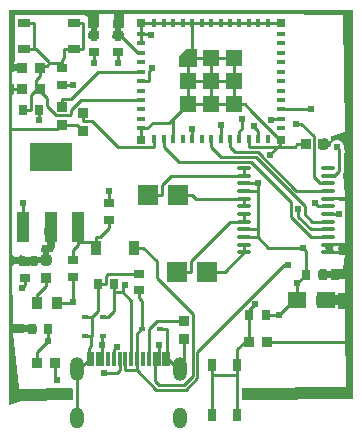
<source format=gtl>
G04 Layer: TopLayer*
G04 EasyEDA v6.5.44, 2024-08-01 17:58:32*
G04 bf16dfa8b14249528ce45edaced80a03,d882a8cb847549dbb05e31b2b695811d,10*
G04 Gerber Generator version 0.2*
G04 Scale: 100 percent, Rotated: No, Reflected: No *
G04 Dimensions in millimeters *
G04 leading zeros omitted , absolute positions ,4 integer and 5 decimal *
%FSLAX45Y45*%
%MOMM*%

%AMMACRO1*21,1,$1,$2,0,0,$3*%
%AMMACRO2*4,1,5,-0.725,0.125,-0.125,0.725,0.725,0.725,0.725,-0.725,-0.725,-0.725,-0.725,0.125,0*%
%ADD10C,0.2540*%
%ADD11R,0.3000X1.3000*%
%ADD12R,1.1000X2.5000*%
%ADD13MACRO1,3.6X2.34X0.0000*%
%ADD14O,1.3240004X0.30800039999999995*%
%ADD15R,0.8000X0.4000*%
%ADD16R,0.4000X0.8000*%
%ADD17R,0.7000X0.7000*%
%ADD18MACRO2*%
%ADD19R,1.4500X1.4500*%
%ADD20R,1.0500X0.7000*%
%ADD21R,0.7000X1.0500*%
%ADD22MACRO1,0.864X0.8065X0.0000*%
%ADD23R,0.8640X0.8065*%
%ADD24MACRO1,0.864X0.8065X90.0000*%
%ADD25MACRO1,0.864X0.8065X-90.0000*%
%ADD26R,0.8999X1.0000*%
%ADD27R,0.9100X1.2200*%
%ADD28R,0.6000X0.4000*%
%ADD29R,1.5000X1.3589*%
%ADD30R,0.8000X0.9000*%
%ADD31R,0.9000X0.8000*%
%ADD32R,1.8000X1.8000*%
%ADD33O,1.1999976X1.7999964*%
%ADD34O,1.1999976X1.9999959999999999*%
%ADD35C,0.6200*%
%ADD36C,0.6096*%
%ADD37C,0.0111*%

%LPD*%
G36*
X6868159Y6045200D02*
G01*
X6864248Y6045962D01*
X6860997Y6048197D01*
X6858762Y6051448D01*
X6858000Y6055360D01*
X6858000Y6061252D01*
X6858711Y6064961D01*
X6860692Y6068110D01*
X6863689Y6070396D01*
X6867296Y6071362D01*
X6912457Y6075121D01*
X6915454Y6074918D01*
X6918299Y6073851D01*
X6929526Y6073851D01*
X6933387Y6073089D01*
X6936689Y6070854D01*
X6938873Y6067602D01*
X6939686Y6063691D01*
X6939686Y6056934D01*
X6938873Y6053023D01*
X6935673Y6048705D01*
X6932371Y6046520D01*
X6928510Y6045758D01*
X6916572Y6045758D01*
X6913270Y6045200D01*
G37*

%LPD*%
G36*
X6161887Y4097934D02*
G01*
X6157976Y4098696D01*
X6154674Y4100931D01*
X6152438Y4104233D01*
X6151676Y4108094D01*
X6151676Y4189526D01*
X6152438Y4193387D01*
X6154623Y4196689D01*
X6157925Y4198924D01*
X6161786Y4199686D01*
X7034733Y4203700D01*
X7035800Y4204716D01*
X7023100Y4736998D01*
X7023100Y4863084D01*
X7022236Y4864150D01*
X6974230Y4866690D01*
X6970522Y4867605D01*
X6967372Y4869840D01*
X6965340Y4873040D01*
X6964629Y4876800D01*
X6964629Y4899964D01*
X6907530Y4899964D01*
X6907530Y4880914D01*
X6906717Y4876901D01*
X6904380Y4873498D01*
X6900925Y4871364D01*
X6896862Y4870754D01*
X6829501Y4874310D01*
X6825742Y4875225D01*
X6822643Y4877460D01*
X6820560Y4880660D01*
X6819849Y4884420D01*
X6819849Y4899964D01*
X6791959Y4899964D01*
X6788048Y4900726D01*
X6784797Y4902962D01*
X6782562Y4906264D01*
X6781800Y4910124D01*
X6781800Y4970475D01*
X6782562Y4974336D01*
X6784797Y4977638D01*
X6788048Y4979873D01*
X6791959Y4980635D01*
X6819849Y4980635D01*
X6819849Y4993640D01*
X6820611Y4997551D01*
X6822846Y5000802D01*
X6826097Y5003038D01*
X6830009Y5003800D01*
X6897370Y5003800D01*
X6901281Y5003038D01*
X6904583Y5000802D01*
X6906768Y4997551D01*
X6907530Y4993640D01*
X6907530Y4980635D01*
X6964629Y4980635D01*
X6964629Y4993640D01*
X6965391Y4997551D01*
X6967575Y5000802D01*
X6970877Y5003038D01*
X6974789Y5003800D01*
X7022084Y5003800D01*
X7023100Y5004816D01*
X7023100Y5116931D01*
X7022084Y5118049D01*
X6915708Y5112156D01*
X6911644Y5112715D01*
X6908190Y5114899D01*
X6905802Y5118252D01*
X6904990Y5122265D01*
X6904990Y5127345D01*
X6865416Y5127345D01*
X6865416Y5118963D01*
X6864705Y5115204D01*
X6862673Y5111953D01*
X6859574Y5109718D01*
X6855866Y5108803D01*
X6823456Y5107025D01*
X6819392Y5107635D01*
X6815937Y5109768D01*
X6813550Y5113121D01*
X6812737Y5117134D01*
X6812737Y5127345D01*
X6804659Y5127345D01*
X6800748Y5128107D01*
X6797497Y5130342D01*
X6795262Y5133644D01*
X6794500Y5137505D01*
X6794500Y5174894D01*
X6795262Y5178755D01*
X6797497Y5182057D01*
X6800748Y5184292D01*
X6804659Y5185054D01*
X6812737Y5185054D01*
X6812737Y5196840D01*
X6813499Y5200751D01*
X6815734Y5204002D01*
X6819036Y5206238D01*
X6822897Y5207000D01*
X6855256Y5207000D01*
X6859168Y5206238D01*
X6862470Y5204002D01*
X6864654Y5200751D01*
X6865416Y5196840D01*
X6865416Y5185054D01*
X6904990Y5185054D01*
X6904990Y5196840D01*
X6905752Y5200751D01*
X6907987Y5204002D01*
X6911289Y5206238D01*
X6915150Y5207000D01*
X7009384Y5207000D01*
X7010501Y5207711D01*
X7022998Y5320233D01*
X7022084Y5321401D01*
X6984390Y5324500D01*
X6980834Y5325516D01*
X6977888Y5327650D01*
X6975856Y5330748D01*
X6915607Y5330748D01*
X6912457Y5330545D01*
X6878777Y5333339D01*
X6875475Y5334152D01*
X6872630Y5336082D01*
X6870598Y5338775D01*
X6869531Y5342026D01*
X6859676Y5411317D01*
X6859981Y5415584D01*
X6862064Y5419394D01*
X6865518Y5421985D01*
X6869734Y5422900D01*
X7022084Y5422900D01*
X7023100Y5423916D01*
X7023100Y5642406D01*
X7024014Y5646572D01*
X7025944Y5650839D01*
X7028332Y5660186D01*
X7029196Y5669788D01*
X7028332Y5679389D01*
X7025944Y5688736D01*
X7024014Y5693003D01*
X7023100Y5697169D01*
X7023100Y5777484D01*
X7022287Y5778550D01*
X6984695Y5781446D01*
X6980428Y5782767D01*
X6977125Y5785764D01*
X6928459Y5785764D01*
X6867398Y5790488D01*
X6863740Y5791454D01*
X6860692Y5793689D01*
X6858711Y5796889D01*
X6858000Y5800598D01*
X6858000Y5806440D01*
X6858762Y5810351D01*
X6860997Y5813602D01*
X6864248Y5815838D01*
X6868159Y5816600D01*
X6913270Y5816600D01*
X6917029Y5815888D01*
X6920230Y5813856D01*
X6978650Y5813856D01*
X6981901Y5815888D01*
X6985609Y5816600D01*
X7021931Y5816600D01*
X7023049Y5817616D01*
X7012076Y6015380D01*
X7012279Y6018123D01*
X7013905Y6021984D01*
X7016089Y6029198D01*
X7016902Y6037224D01*
X7016902Y6148578D01*
X7022998Y6209030D01*
X7022795Y6210249D01*
X7018985Y6213449D01*
X7017410Y6216396D01*
X7016089Y6228588D01*
X7015378Y6233414D01*
X7015937Y6239713D01*
X7015073Y6249517D01*
X7012533Y6259017D01*
X7008418Y6267907D01*
X7002780Y6275984D01*
X6995820Y6282893D01*
X6987794Y6288532D01*
X6978853Y6292697D01*
X6969404Y6295237D01*
X6959600Y6296101D01*
X6949795Y6295237D01*
X6940346Y6292697D01*
X6931406Y6288532D01*
X6925106Y6284112D01*
X6921042Y6282436D01*
X6916674Y6282639D01*
X6913168Y6284417D01*
X6915200Y6280505D01*
X6915353Y6276086D01*
X6913676Y6272022D01*
X6910781Y6267907D01*
X6906666Y6259017D01*
X6904126Y6249517D01*
X6903415Y6241389D01*
X6902399Y6237782D01*
X6900164Y6234785D01*
X6896963Y6232804D01*
X6893255Y6232144D01*
X6869430Y6232144D01*
X6869430Y6220460D01*
X6868617Y6216548D01*
X6866432Y6213297D01*
X6863130Y6211062D01*
X6859270Y6210300D01*
X6826554Y6210300D01*
X6822643Y6211062D01*
X6819341Y6213297D01*
X6817156Y6216548D01*
X6816394Y6220460D01*
X6816394Y6232144D01*
X6809486Y6232144D01*
X6805574Y6232906D01*
X6802272Y6235090D01*
X6800088Y6238392D01*
X6799325Y6243167D01*
X6804355Y6279286D01*
X6805472Y6282740D01*
X6807758Y6285534D01*
X6810857Y6287414D01*
X6816394Y6288024D01*
X6816394Y6294323D01*
X6817309Y6298539D01*
X6819900Y6301994D01*
X6823659Y6304026D01*
X6856374Y6313678D01*
X6860133Y6314033D01*
X6863740Y6313017D01*
X6866737Y6310782D01*
X6868718Y6307582D01*
X6869430Y6303924D01*
X6869430Y6288024D01*
X6905396Y6288024D01*
X6909663Y6287058D01*
X6912660Y6284772D01*
X6910070Y6288176D01*
X6909155Y6292443D01*
X6909155Y6302705D01*
X6908444Y6309055D01*
X6904888Y6318351D01*
X6904888Y6322060D01*
X6906209Y6325565D01*
X6908698Y6328359D01*
X6912000Y6330035D01*
X7021830Y6362344D01*
X7023100Y6363716D01*
X7010552Y7342987D01*
X7011263Y7346950D01*
X7013448Y7350302D01*
X7016750Y7352538D01*
X7020712Y7353300D01*
X7087108Y7353300D01*
X7091019Y7352538D01*
X7094270Y7350302D01*
X7096506Y7347051D01*
X7097268Y7343140D01*
X7097268Y4112260D01*
X7096506Y4108348D01*
X7094270Y4105097D01*
X7091019Y4102862D01*
X7087108Y4102100D01*
G37*

%LPC*%
G36*
X6923430Y5358841D02*
G01*
X6973468Y5358841D01*
X6972909Y5360568D01*
X6969099Y5367731D01*
X6966508Y5370830D01*
X6964832Y5373878D01*
X6964222Y5377281D01*
X6964832Y5380736D01*
X6966508Y5383733D01*
X6969099Y5386882D01*
X6972909Y5393994D01*
X6973468Y5395772D01*
X6923430Y5395772D01*
G37*

%LPD*%
G36*
X4189171Y4049928D02*
G01*
X4185208Y4050639D01*
X4181856Y4052824D01*
X4179620Y4056176D01*
X4178808Y4060088D01*
X4178808Y7386574D01*
X4179570Y7390485D01*
X4181805Y7393736D01*
X4185107Y7395972D01*
X4188968Y7396734D01*
X7087108Y7396734D01*
X7091019Y7395972D01*
X7094270Y7393736D01*
X7096506Y7390485D01*
X7097268Y7386574D01*
X7097268Y7363663D01*
X7096455Y7359700D01*
X7094220Y7356398D01*
X7090867Y7354214D01*
X7086955Y7353503D01*
X6273901Y7366000D01*
X5157216Y7366000D01*
X5156200Y7364984D01*
X5156200Y7257034D01*
X5155438Y7253173D01*
X5153202Y7249871D01*
X5149951Y7247636D01*
X5146040Y7246874D01*
X5132730Y7246874D01*
X5132730Y7207300D01*
X5146040Y7207300D01*
X5149951Y7206538D01*
X5153202Y7204354D01*
X5155438Y7201052D01*
X5156200Y7197140D01*
X5156200Y7164781D01*
X5155438Y7160920D01*
X5153202Y7157618D01*
X5149951Y7155383D01*
X5146040Y7154621D01*
X5132730Y7154621D01*
X5132730Y7147559D01*
X5131968Y7143648D01*
X5129733Y7140397D01*
X5126431Y7138162D01*
X5122570Y7137400D01*
X5085181Y7137400D01*
X5081320Y7138162D01*
X5078018Y7140397D01*
X5075783Y7143648D01*
X5075021Y7147559D01*
X5075021Y7154621D01*
X5066284Y7154621D01*
X5062270Y7155434D01*
X5058918Y7157821D01*
X5056733Y7161275D01*
X5056174Y7165340D01*
X5057952Y7197750D01*
X5058867Y7201458D01*
X5061102Y7204557D01*
X5064353Y7206589D01*
X5068112Y7207300D01*
X5075021Y7207300D01*
X5075021Y7246874D01*
X5071414Y7246874D01*
X5067401Y7247686D01*
X5064048Y7250074D01*
X5061864Y7253528D01*
X5061254Y7257592D01*
X5067249Y7364882D01*
X5066284Y7366000D01*
X4941316Y7366000D01*
X4940300Y7364984D01*
X4940300Y7257034D01*
X4939538Y7253173D01*
X4937302Y7249871D01*
X4934051Y7247636D01*
X4929530Y7246874D01*
X4929530Y7207300D01*
X4934051Y7206538D01*
X4937302Y7204354D01*
X4939538Y7201052D01*
X4940300Y7197140D01*
X4940300Y7164781D01*
X4939538Y7160920D01*
X4937302Y7157618D01*
X4934051Y7155383D01*
X4929530Y7154621D01*
X4929530Y7147559D01*
X4928768Y7143648D01*
X4926533Y7140397D01*
X4923231Y7138162D01*
X4919370Y7137400D01*
X4881981Y7137400D01*
X4878120Y7138162D01*
X4874818Y7140397D01*
X4872583Y7143648D01*
X4871821Y7147559D01*
X4871821Y7154621D01*
X4861560Y7154621D01*
X4857648Y7155383D01*
X4854397Y7157618D01*
X4852162Y7160920D01*
X4851400Y7164781D01*
X4851400Y7197140D01*
X4852162Y7201052D01*
X4854397Y7204354D01*
X4857648Y7206538D01*
X4861560Y7207300D01*
X4871821Y7207300D01*
X4871821Y7246874D01*
X4861560Y7246874D01*
X4857648Y7247636D01*
X4854397Y7249871D01*
X4852162Y7253173D01*
X4851400Y7257034D01*
X4851400Y7339431D01*
X4850434Y7340904D01*
X4814062Y7353046D01*
X4812487Y7353300D01*
X4230116Y7353300D01*
X4229100Y7352284D01*
X4229100Y6966102D01*
X4228541Y6962749D01*
X4226407Y6956755D01*
X4225696Y6950405D01*
X4225696Y6935724D01*
X4265422Y6935724D01*
X4266234Y6940651D01*
X4268419Y6943902D01*
X4271721Y6946138D01*
X4275582Y6946900D01*
X4308297Y6946900D01*
X4312208Y6946138D01*
X4315510Y6943902D01*
X4317695Y6940651D01*
X4318457Y6935724D01*
X4320540Y6935724D01*
X4324451Y6934962D01*
X4327702Y6932777D01*
X4329938Y6929475D01*
X4330700Y6925564D01*
X4330700Y6890003D01*
X4329938Y6886092D01*
X4327702Y6882790D01*
X4324451Y6880606D01*
X4320540Y6879844D01*
X4318457Y6879844D01*
X4318457Y6870446D01*
X4317593Y6866331D01*
X4315104Y6862927D01*
X4311497Y6860794D01*
X4307281Y6860336D01*
X4274566Y6863588D01*
X4271010Y6864654D01*
X4268063Y6866890D01*
X4266133Y6870090D01*
X4265422Y6873697D01*
X4265422Y6879844D01*
X4225696Y6879844D01*
X4224832Y6875627D01*
X4222394Y6872173D01*
X4218736Y6870090D01*
X4214571Y6869633D01*
X4204970Y6870598D01*
X4203700Y6869684D01*
X4203700Y6770116D01*
X4204716Y6769100D01*
X4215536Y6769100D01*
X4219448Y6768338D01*
X4222750Y6766102D01*
X4224934Y6762851D01*
X4225696Y6758940D01*
X4225696Y6690359D01*
X4224934Y6686448D01*
X4222750Y6683197D01*
X4219448Y6680962D01*
X4215536Y6680200D01*
X4204716Y6680200D01*
X4203700Y6679184D01*
X4203700Y5322316D01*
X4204563Y5321249D01*
X4210558Y5320944D01*
X4214266Y5320030D01*
X4217365Y5317794D01*
X4219448Y5314543D01*
X4220159Y5310784D01*
X4220159Y5302300D01*
X4262221Y5302300D01*
X4262221Y5307533D01*
X4263034Y5311546D01*
X4265371Y5314899D01*
X4268876Y5317032D01*
X4272940Y5317642D01*
X4310278Y5315712D01*
X4314037Y5314746D01*
X4317136Y5312511D01*
X4319219Y5309311D01*
X4319930Y5305552D01*
X4319930Y5302300D01*
X4361992Y5302300D01*
X4362805Y5306314D01*
X4365193Y5309666D01*
X4368647Y5311800D01*
X4372660Y5312410D01*
X4415536Y5310174D01*
X4418685Y5309463D01*
X4421479Y5307838D01*
X4466336Y5307838D01*
X4466336Y5347563D01*
X4460849Y5348528D01*
X4457344Y5351272D01*
X4455312Y5355234D01*
X4455210Y5359704D01*
X4463135Y5399278D01*
X4464558Y5402783D01*
X4467098Y5405475D01*
X4470501Y5407101D01*
X4474260Y5407406D01*
X4479493Y5406796D01*
X4500067Y5406796D01*
X4500067Y5488838D01*
X4485487Y5488838D01*
X4481423Y5489702D01*
X4478020Y5492089D01*
X4475886Y5495696D01*
X4475327Y5499811D01*
X4482439Y5592419D01*
X4483303Y5595772D01*
X4485233Y5598668D01*
X4488027Y5600700D01*
X4491329Y5601716D01*
X4573270Y5611977D01*
X4577537Y5611622D01*
X4581245Y5609488D01*
X4583785Y5606084D01*
X4584700Y5601868D01*
X4584700Y5498998D01*
X4583938Y5495137D01*
X4581702Y5491835D01*
X4578451Y5489651D01*
X4574540Y5488838D01*
X4567732Y5488838D01*
X4567732Y5404205D01*
X4570120Y5401106D01*
X4571136Y5397296D01*
X4570628Y5393436D01*
X4557115Y5352897D01*
X4555134Y5349392D01*
X4551984Y5346954D01*
X4548073Y5345938D01*
X4543247Y5346852D01*
X4536897Y5347563D01*
X4522216Y5347563D01*
X4522216Y5307838D01*
X4536440Y5307838D01*
X4540351Y5307025D01*
X4543602Y5304840D01*
X4545838Y5301538D01*
X4546600Y5297678D01*
X4546600Y5264962D01*
X4545838Y5261051D01*
X4543602Y5257749D01*
X4540351Y5255564D01*
X4536440Y5254802D01*
X4522216Y5254802D01*
X4522216Y5242560D01*
X4521454Y5238648D01*
X4519269Y5235397D01*
X4515967Y5233162D01*
X4512056Y5232400D01*
X4476496Y5232400D01*
X4472584Y5233162D01*
X4469282Y5235397D01*
X4467098Y5238648D01*
X4466336Y5242560D01*
X4466336Y5254802D01*
X4425188Y5254802D01*
X4425188Y5242560D01*
X4424375Y5238648D01*
X4422190Y5235397D01*
X4418888Y5233162D01*
X4415028Y5232400D01*
X4372152Y5232400D01*
X4368241Y5233162D01*
X4364939Y5235397D01*
X4362754Y5238648D01*
X4361992Y5242560D01*
X4361992Y5249621D01*
X4319930Y5249621D01*
X4319930Y5242560D01*
X4319168Y5238648D01*
X4316933Y5235397D01*
X4313631Y5233162D01*
X4309770Y5232400D01*
X4272381Y5232400D01*
X4268520Y5233162D01*
X4265218Y5235397D01*
X4262983Y5238648D01*
X4262221Y5242560D01*
X4262221Y5249621D01*
X4220159Y5249621D01*
X4220159Y5242560D01*
X4219397Y5238648D01*
X4217212Y5235397D01*
X4213910Y5233162D01*
X4209999Y5232400D01*
X4203852Y5232196D01*
X4216349Y4738116D01*
X4217314Y4737100D01*
X4297426Y4737100D01*
X4301286Y4736338D01*
X4304588Y4734102D01*
X4306824Y4730851D01*
X4307586Y4726838D01*
X4347159Y4726838D01*
X4347921Y4730851D01*
X4350105Y4734102D01*
X4353407Y4736338D01*
X4357319Y4737100D01*
X4389678Y4737100D01*
X4393539Y4736338D01*
X4396841Y4734102D01*
X4399076Y4730851D01*
X4399838Y4726838D01*
X4409440Y4726838D01*
X4413351Y4726076D01*
X4416602Y4723841D01*
X4418838Y4720539D01*
X4419600Y4716678D01*
X4419600Y4679289D01*
X4418838Y4675428D01*
X4416602Y4672126D01*
X4413351Y4669891D01*
X4409440Y4669129D01*
X4399635Y4669129D01*
X4398416Y4665878D01*
X4396130Y4663236D01*
X4393133Y4661509D01*
X4389678Y4660900D01*
X4357319Y4660900D01*
X4353864Y4661509D01*
X4350816Y4663236D01*
X4348581Y4665878D01*
X4347311Y4669129D01*
X4307382Y4669129D01*
X4306163Y4665878D01*
X4303877Y4663236D01*
X4300829Y4661509D01*
X4297426Y4660900D01*
X4217670Y4660900D01*
X4216501Y4659884D01*
X4267098Y4192015D01*
X4267962Y4191000D01*
X4711446Y4193032D01*
X4715357Y4192270D01*
X4718659Y4190085D01*
X4720894Y4186783D01*
X4721656Y4182872D01*
X4721656Y4101541D01*
X4720894Y4097629D01*
X4718710Y4094378D01*
X4715408Y4092143D01*
X4711547Y4091381D01*
X4280966Y4089400D01*
X4278934Y4088993D01*
X4193082Y4050842D01*
G37*

%LPD*%
D10*
X4291939Y6729984D02*
G01*
X4203700Y6729984D01*
X6361836Y4584700D02*
G01*
X7048500Y4584700D01*
X6698995Y5156200D02*
G01*
X6698995Y5353304D01*
X6667500Y5384800D01*
X6376415Y5384800D01*
X6286500Y5474715D01*
X6884009Y5669787D02*
G01*
X6972300Y5669787D01*
X6286500Y5539790D02*
G01*
X6286500Y5864809D01*
X6171590Y5864809D01*
X6171590Y5474792D02*
G01*
X6286500Y5474792D01*
X6286500Y5539790D01*
X6171590Y5539790D01*
X6286500Y5864809D02*
G01*
X6286500Y5929807D01*
X6388100Y6172200D02*
G01*
X6487795Y6271895D01*
X6487795Y6299504D01*
X6464300Y4813300D02*
G01*
X6591300Y4940300D01*
X6623710Y4940300D01*
X4420463Y4406900D02*
G01*
X4420463Y4504385D01*
X4513478Y4597400D01*
X4584700Y4267200D02*
G01*
X4571136Y4280763D01*
X4571136Y4406900D01*
X5067782Y4437397D02*
G01*
X5067782Y4521682D01*
X5092700Y4546600D01*
X5384800Y7188200D02*
G01*
X5378500Y7194499D01*
X5302808Y7194499D01*
X6736968Y6554495D02*
G01*
X6736968Y6554495D01*
X6550913Y6554495D01*
X6171590Y5994806D02*
G01*
X6171590Y6059804D01*
X5359400Y5829300D02*
G01*
X5477357Y5829300D01*
X6171590Y5994806D02*
G01*
X5554395Y5994806D01*
X5477357Y5917768D01*
X5477357Y5829300D01*
X6171590Y5734786D02*
G01*
X6171590Y5799810D01*
X5613400Y5829300D02*
G01*
X5731357Y5829300D01*
X6171590Y5799810D02*
G01*
X5760847Y5799810D01*
X5731357Y5829300D01*
X5367781Y4437405D02*
G01*
X5367781Y4697171D01*
X5432247Y4761636D01*
X5664200Y4761636D01*
X5447791Y4437405D02*
G01*
X5417769Y4437405D01*
X5417769Y4437405D02*
G01*
X5417769Y4344441D01*
X4967782Y4437405D02*
G01*
X4967782Y4396587D01*
X5241975Y5383784D02*
G01*
X5315458Y5383784D01*
X4967782Y4396587D02*
G01*
X4937785Y4426585D01*
X4937785Y4437405D01*
X5417769Y4344441D02*
G01*
X5417184Y4343857D01*
X5417184Y4259173D01*
X5455386Y4220971D01*
X5658916Y4220971D01*
X5735497Y4297553D01*
X5735497Y4822621D01*
X5431434Y5126685D01*
X5431434Y5267807D01*
X5315458Y5383784D01*
X5447791Y4437405D02*
G01*
X5447791Y4558461D01*
X4975682Y4634484D02*
G01*
X4967782Y4626584D01*
X4967782Y4558461D01*
X4967782Y4558461D02*
G01*
X4967782Y4437405D01*
X4722875Y5275986D02*
G01*
X4722875Y5363565D01*
X4763897Y5404586D01*
X5027675Y5550458D02*
G01*
X4950129Y5472912D01*
X4914976Y5472912D01*
X5027675Y5618581D02*
G01*
X5027675Y5550458D01*
X4914976Y5428361D02*
G01*
X4763897Y5428361D01*
X4914976Y5383784D02*
G01*
X4914976Y5428361D01*
X4914976Y5428361D02*
G01*
X4914976Y5472912D01*
X4763897Y5557723D02*
G01*
X4763897Y5428361D01*
X4763897Y5428361D02*
G01*
X4763897Y5404586D01*
X5600700Y5181600D02*
G01*
X5718657Y5181600D01*
X5718657Y5181600D02*
G01*
X5718657Y5270068D01*
X6053378Y5604789D01*
X6171590Y5604789D01*
X6171590Y5604789D02*
G01*
X6171590Y5669787D01*
X5854700Y5181600D02*
G01*
X6008395Y5181600D01*
X6171590Y5344795D01*
X6171590Y5344795D02*
G01*
X6171590Y5409793D01*
X6959600Y6239738D02*
G01*
X6978268Y6221069D01*
X6978268Y6036716D01*
X6936359Y5994806D01*
X6884009Y5994806D01*
X5732805Y6304508D02*
G01*
X5732805Y6391681D01*
X5972809Y6304508D02*
G01*
X5972809Y6423990D01*
X6884009Y5929807D02*
G01*
X6815759Y5929807D01*
X6760692Y5984875D01*
X6760692Y6329400D01*
X6657924Y6432169D01*
X6609003Y6432169D01*
X4633975Y6969709D02*
G01*
X4650587Y6986320D01*
X4650587Y7068007D01*
X4731207Y7068007D02*
G01*
X4650587Y7068007D01*
X4408398Y6729984D02*
G01*
X4408398Y6802246D01*
X4442612Y6836460D01*
X4442612Y6872122D02*
G01*
X4442612Y6836460D01*
X4442612Y6872122D02*
G01*
X4442612Y6907784D01*
X4811826Y7282992D02*
G01*
X4811826Y7068007D01*
X4731207Y7282992D02*
G01*
X4811826Y7282992D01*
X4731207Y7068007D02*
G01*
X4811826Y7068007D01*
X4633975Y6901586D02*
G01*
X4633975Y6943445D01*
X4633975Y6943445D02*
G01*
X4633975Y6969709D01*
X4442612Y6729984D02*
G01*
X4425518Y6729984D01*
X4425518Y6729984D02*
G01*
X4505426Y6650075D01*
X4505426Y6579133D01*
X4576318Y6508242D01*
X4697882Y6508242D01*
X4705324Y6515684D01*
X4705324Y6546697D01*
X4793132Y6634505D01*
X5302808Y6634505D01*
X4425518Y6729984D02*
G01*
X4416958Y6729984D01*
X4416958Y6729984D02*
G01*
X4408398Y6729984D01*
X4416958Y6729984D02*
G01*
X4365396Y6678421D01*
X4365396Y6552184D01*
X4297273Y6552184D02*
G01*
X4365396Y6552184D01*
X4442612Y6907784D02*
G01*
X4442612Y6925614D01*
X4520895Y6943445D02*
G01*
X4633975Y6943445D01*
X4442612Y6925614D02*
G01*
X4503064Y6925614D01*
X4520895Y6943445D01*
X4391812Y7282992D02*
G01*
X4391812Y7068007D01*
X4311192Y7282992D02*
G01*
X4391812Y7282992D01*
X4311192Y7068007D02*
G01*
X4391812Y7068007D01*
X4520895Y6943445D02*
G01*
X4520895Y6956983D01*
X4409871Y7068007D01*
X4391812Y7068007D01*
X4811775Y6457467D02*
G01*
X4880229Y6457467D01*
X5101310Y6236385D01*
X5412790Y6236385D01*
X4811775Y6525920D02*
G01*
X4811775Y6457467D01*
X5412790Y6304508D02*
G01*
X5412790Y6236385D01*
X6623964Y6260084D02*
G01*
X6600240Y6236360D01*
X6212966Y6236360D01*
X6212789Y6236538D01*
X6692239Y6260084D02*
G01*
X6623964Y6260084D01*
X6212789Y6304508D02*
G01*
X6212789Y6236538D01*
X4421962Y4991862D02*
G01*
X4423765Y4991862D01*
X4494275Y5062372D01*
X4494275Y5130647D02*
G01*
X4494275Y5062372D01*
X4421962Y4913884D02*
G01*
X4421962Y4991862D01*
X4825695Y4799584D02*
G01*
X4883658Y4799584D01*
X4883658Y4634484D02*
G01*
X4883658Y4799584D01*
X4825695Y4634484D02*
G01*
X4870627Y4634484D01*
X4870627Y4634484D02*
G01*
X4877943Y4634484D01*
X4877943Y4634484D02*
G01*
X4883658Y4634484D01*
X4877943Y4634484D02*
G01*
X4877943Y4550537D01*
X4857775Y4530369D01*
X4857775Y4437405D02*
G01*
X4857775Y4530369D01*
X4760264Y4360570D02*
G01*
X4780940Y4360570D01*
X4857775Y4437405D01*
X4760264Y3942587D02*
G01*
X4760264Y4360570D01*
X5625287Y4380026D02*
G01*
X5625287Y4360570D01*
X5664200Y4610963D02*
G01*
X5664200Y4418939D01*
X5625287Y4380026D01*
X5625287Y4380026D02*
G01*
X5585155Y4380026D01*
X5527776Y4437405D01*
X5458282Y4697984D02*
G01*
X5516245Y4697984D01*
X5516245Y4437405D02*
G01*
X5516245Y4697984D01*
X5527776Y4437405D02*
G01*
X5516245Y4437405D01*
X5516245Y4437405D02*
G01*
X5497779Y4437405D01*
X4887772Y4437405D02*
G01*
X4857775Y4437405D01*
X4883658Y4799584D02*
G01*
X4933797Y4849723D01*
X4933797Y5080000D01*
X5001768Y5080000D02*
G01*
X5001768Y5147970D01*
X5016500Y5162702D01*
X5283200Y5162702D01*
X4933797Y5080000D02*
G01*
X5001768Y5080000D01*
X6211163Y4584700D02*
G01*
X6211163Y4620285D01*
X6211163Y4620285D02*
G01*
X6211163Y4655870D01*
X6211163Y4620285D02*
G01*
X6113068Y4522190D01*
X6113068Y4387291D01*
X5898083Y4387291D02*
G01*
X5898083Y4306823D01*
X6113068Y4387291D02*
G01*
X6113068Y4306823D01*
X6113068Y4306823D02*
G01*
X6113068Y3967276D01*
X6113068Y4306823D02*
G01*
X5898083Y4306823D01*
X5898083Y4306823D02*
G01*
X5898083Y3967276D01*
X6211163Y4655870D02*
G01*
X6216497Y4661204D01*
X6216497Y4813300D01*
X6292799Y6304508D02*
G01*
X6292799Y6372479D01*
X6292799Y6372479D02*
G01*
X6257645Y6407632D01*
X6257645Y6410705D01*
X6216497Y4813300D02*
G01*
X6216497Y4858537D01*
X6264097Y4906137D01*
X4633975Y6644995D02*
G01*
X4702251Y6644995D01*
X4931765Y6874510D01*
X5302808Y6874510D01*
X4633975Y6576720D02*
G01*
X4633975Y6644995D01*
X5492800Y6304508D02*
G01*
X5492800Y6236385D01*
X5492800Y6236385D02*
G01*
X5617692Y6111494D01*
X6232296Y6111494D01*
X6569557Y5774232D01*
X6569557Y5647131D01*
X6741896Y5474792D01*
X6884009Y5474792D01*
X5302808Y6794500D02*
G01*
X5370931Y6794500D01*
X5370931Y6794500D02*
G01*
X5370931Y6879945D01*
X5391911Y6900926D01*
X6884009Y5539790D02*
G01*
X6734708Y5539790D01*
X6628155Y5646343D01*
X6628155Y5709310D01*
X5892800Y6304508D02*
G01*
X5892800Y6236385D01*
X5892800Y6236385D02*
G01*
X5976823Y6152362D01*
X6268821Y6152362D01*
X6686753Y5734430D01*
X6686753Y5665749D01*
X6747713Y5604789D01*
X6884009Y5604789D01*
X6772986Y5762117D02*
G01*
X6800316Y5734786D01*
X6884009Y5734786D01*
X6132804Y6372631D02*
G01*
X6152794Y6392621D01*
X6152794Y6477050D01*
X6132804Y6304508D02*
G01*
X6132804Y6372631D01*
X6052794Y6236385D02*
G01*
X6095923Y6193256D01*
X6285763Y6193256D01*
X6614210Y5864809D01*
X6884009Y5864809D01*
X6052794Y6304508D02*
G01*
X6052794Y6236385D01*
X5283200Y4954574D02*
G01*
X5308295Y4929479D01*
X5308295Y4697984D01*
X5283200Y5022697D02*
G01*
X5283200Y4954574D01*
X5308295Y4697984D02*
G01*
X5267782Y4657470D01*
X5267782Y4437405D01*
X5167782Y4437405D02*
G01*
X5167782Y4344288D01*
X5267782Y4437405D02*
G01*
X5267782Y4378934D01*
X6482791Y6554495D02*
G01*
X6550913Y6554495D01*
X5264835Y4344288D02*
G01*
X5167782Y4344288D01*
X5267782Y4378934D02*
G01*
X5264835Y4375988D01*
X5264835Y4344288D01*
X5264835Y4344288D02*
G01*
X5428995Y4180128D01*
X5679871Y4180128D01*
X5776340Y4276597D01*
X5776340Y4503801D01*
X6509080Y5236540D01*
X6541368Y5236540D01*
X5073802Y5080000D02*
G01*
X5073802Y5006873D01*
X4975682Y4799584D02*
G01*
X5023586Y4799584D01*
X5023586Y4799584D02*
G01*
X5073802Y4849799D01*
X5073802Y5006873D01*
X6482791Y6474510D02*
G01*
X6414693Y6474510D01*
X5145481Y5006873D02*
G01*
X5073802Y5006873D01*
X5217769Y4437405D02*
G01*
X5217769Y4934585D01*
X5145481Y5006873D01*
X5145481Y5006873D02*
G01*
X5145481Y5051602D01*
X5160746Y5066868D01*
X6414693Y6474510D02*
G01*
X6403593Y6463411D01*
X6396736Y6463411D01*
X4987061Y4325162D02*
G01*
X5098643Y4325162D01*
X5117769Y4344288D01*
X5117769Y4437405D02*
G01*
X5117769Y4344288D01*
X4633975Y6761581D02*
G01*
X4724400Y6761581D01*
X6699097Y5156200D02*
G01*
X6623710Y5080812D01*
X6623710Y5080812D02*
G01*
X6623710Y5080812D01*
X6623710Y4940300D01*
X6356502Y4813300D02*
G01*
X6464300Y4813300D01*
X4513478Y4697984D02*
G01*
X4513478Y4597400D01*
X4722875Y5135981D02*
G01*
X4722875Y4927600D01*
X4722875Y4927600D02*
G01*
X4722875Y4927600D01*
X4709159Y4913884D01*
X4591972Y4913884D01*
X4318000Y5124297D02*
G01*
X4318000Y5068826D01*
X4291073Y5041900D01*
X4303902Y5557718D02*
G01*
X4303902Y5765800D01*
X5027675Y5758586D02*
G01*
X5027675Y5867400D01*
X4437278Y6552184D02*
G01*
X4437278Y6464300D01*
X5103875Y7040981D02*
G01*
X5103875Y6946900D01*
X4900675Y7040981D02*
G01*
X4900675Y6946900D01*
X4633975Y6426047D02*
G01*
X4622647Y6426047D01*
X4584700Y6388100D01*
X4191000Y6388100D01*
X4811775Y6375247D02*
G01*
X4760975Y6426047D01*
X4633975Y6426047D01*
X5302808Y7034504D02*
G01*
X5271795Y7034504D01*
X5125313Y7180986D01*
X5103875Y7180986D01*
X5302808Y6394500D02*
G01*
X5353100Y6394500D01*
X5397500Y6438900D01*
X5534659Y6438900D01*
X5572759Y6477000D01*
X5297804Y6299504D02*
G01*
X5302808Y6304508D01*
X5302808Y6394500D01*
X5572759Y6304534D02*
G01*
X5572759Y6477000D01*
X5695188Y6596887D01*
X6487795Y6299504D02*
G01*
X6476695Y6299504D01*
X6240513Y6535686D01*
X6240513Y6535686D02*
G01*
X6179210Y6596989D01*
X6090284Y6596989D01*
X5732805Y7284491D02*
G01*
X5732805Y7029526D01*
X5695289Y6992010D01*
X5302808Y7114489D02*
G01*
X5302808Y7194499D01*
X5302808Y7194499D02*
G01*
X5297804Y7199503D01*
X5297804Y7289495D01*
X6372809Y7284491D02*
G01*
X6377813Y7289495D01*
X6487795Y7289495D01*
X6292799Y7284491D02*
G01*
X6372809Y7284491D01*
X6212789Y7284491D02*
G01*
X6292799Y7284491D01*
X6132804Y7284491D02*
G01*
X6212789Y7284491D01*
X6052794Y7284491D02*
G01*
X6132804Y7284491D01*
X5972809Y7284491D02*
G01*
X6052794Y7284491D01*
X5892800Y7284491D02*
G01*
X5972809Y7284491D01*
X5812790Y7284491D02*
G01*
X5892800Y7284491D01*
X5732805Y7284491D02*
G01*
X5812790Y7284491D01*
X5652795Y7284491D02*
G01*
X5732805Y7284491D01*
X5572810Y7284491D02*
G01*
X5652795Y7284491D01*
X5492800Y7284491D02*
G01*
X5572810Y7284491D01*
X5297804Y7289495D02*
G01*
X5302808Y7284491D01*
X5412790Y7284491D01*
X5412790Y7284491D02*
G01*
X5492800Y7284491D01*
X5695289Y6596989D02*
G01*
X5695289Y6794500D01*
X5892800Y6596989D02*
G01*
X5695289Y6596989D01*
X5892800Y6794500D02*
G01*
X5695289Y6794500D01*
X5892800Y6596989D02*
G01*
X5892800Y6794500D01*
X6090284Y6596989D02*
G01*
X5892800Y6596989D01*
X6090284Y6794500D02*
G01*
X6090284Y6596989D01*
X5892800Y6794500D02*
G01*
X6090284Y6794500D01*
X6090284Y6794500D02*
G01*
X6090284Y6991985D01*
X5892800Y6794500D02*
G01*
X5892800Y6991985D01*
X5695289Y6794500D02*
G01*
X5695289Y6992010D01*
X6090284Y6991985D02*
G01*
X5892800Y6991985D01*
X5695188Y6992112D02*
G01*
X5892800Y6991858D01*
X6171590Y5929807D02*
G01*
X6286500Y5929807D01*
D11*
G01*
X5017770Y4437397D03*
G01*
X5067782Y4437397D03*
G01*
X5117769Y4437397D03*
G01*
X5167782Y4437397D03*
G01*
X5217769Y4437397D03*
G01*
X5267782Y4437397D03*
G01*
X5317743Y4437397D03*
G01*
X5367781Y4437397D03*
G01*
X4857775Y4437397D03*
G01*
X4887772Y4437397D03*
G01*
X4937785Y4437397D03*
G01*
X4967782Y4437397D03*
G01*
X5417769Y4437397D03*
G01*
X5447791Y4437397D03*
G01*
X5497779Y4437397D03*
G01*
X5527776Y4437397D03*
D12*
G01*
X4303902Y5557718D03*
G01*
X4533900Y5557718D03*
G01*
X4763897Y5557718D03*
D13*
G01*
X4533900Y6151702D03*
D14*
G01*
X6171590Y6059804D03*
G01*
X6171590Y5994806D03*
G01*
X6171590Y5929807D03*
G01*
X6171590Y5864809D03*
G01*
X6171590Y5799810D03*
G01*
X6171590Y5734786D03*
G01*
X6171590Y5669787D03*
G01*
X6171590Y5604789D03*
G01*
X6171590Y5539790D03*
G01*
X6171590Y5474792D03*
G01*
X6171590Y5409793D03*
G01*
X6171590Y5344795D03*
G01*
X6884009Y6059804D03*
G01*
X6884009Y5994806D03*
G01*
X6884009Y5929807D03*
G01*
X6884009Y5864809D03*
G01*
X6884009Y5799810D03*
G01*
X6884009Y5734786D03*
G01*
X6884009Y5669787D03*
G01*
X6884009Y5604789D03*
G01*
X6884009Y5539790D03*
G01*
X6884009Y5474792D03*
G01*
X6884009Y5409793D03*
G01*
X6884009Y5344795D03*
D15*
G01*
X5302808Y7194499D03*
G01*
X5302808Y7114489D03*
G01*
X5302808Y7034504D03*
G01*
X5302808Y6954494D03*
G01*
X5302808Y6874510D03*
G01*
X5302808Y6794500D03*
G01*
X5302808Y6714489D03*
G01*
X5302808Y6634505D03*
G01*
X5302808Y6554495D03*
G01*
X5302808Y6474510D03*
G01*
X5302808Y6394500D03*
D16*
G01*
X5412790Y6304508D03*
G01*
X5492800Y6304508D03*
G01*
X5572810Y6304508D03*
G01*
X5652795Y6304508D03*
G01*
X5732805Y6304508D03*
G01*
X5812790Y6304508D03*
G01*
X5892800Y6304508D03*
G01*
X5972809Y6304508D03*
G01*
X6052794Y6304508D03*
G01*
X6132804Y6304508D03*
G01*
X6212789Y6304508D03*
G01*
X6292799Y6304508D03*
G01*
X6372809Y6304508D03*
D15*
G01*
X6482791Y6394500D03*
G01*
X6482791Y6474510D03*
G01*
X6482791Y6554495D03*
G01*
X6482791Y6634505D03*
G01*
X6482791Y6714489D03*
G01*
X6482791Y6794500D03*
G01*
X6482791Y6874510D03*
G01*
X6482791Y6954494D03*
G01*
X6482791Y7034504D03*
G01*
X6482791Y7114489D03*
G01*
X6482791Y7194499D03*
D16*
G01*
X6372809Y7284491D03*
G01*
X6292799Y7284491D03*
G01*
X6212789Y7284491D03*
G01*
X6132804Y7284491D03*
G01*
X6052794Y7284491D03*
G01*
X5972809Y7284491D03*
G01*
X5892800Y7284491D03*
G01*
X5812790Y7284491D03*
G01*
X5732805Y7284491D03*
G01*
X5652795Y7284491D03*
G01*
X5572810Y7284491D03*
G01*
X5492800Y7284491D03*
G01*
X5412790Y7284491D03*
D17*
G01*
X6487795Y7289495D03*
G01*
X6487795Y6299504D03*
G01*
X5297804Y6299504D03*
G01*
X5297804Y7289495D03*
D18*
G01*
X5695287Y6991995D03*
D19*
G01*
X6090284Y6596989D03*
G01*
X5892800Y6596989D03*
G01*
X5695289Y6596989D03*
G01*
X5695289Y6794500D03*
G01*
X5892800Y6991985D03*
G01*
X6090284Y6991985D03*
G01*
X6090284Y6794500D03*
G01*
X5892800Y6794500D03*
D20*
G01*
X4731207Y7068007D03*
G01*
X4311192Y7068007D03*
G01*
X4731207Y7282992D03*
G01*
X4311192Y7282992D03*
D21*
G01*
X5898083Y3967276D03*
G01*
X5898083Y4387291D03*
G01*
X6113068Y3967276D03*
G01*
X6113068Y4387291D03*
D22*
G01*
X4811776Y6525908D03*
D23*
G01*
X4811775Y6375247D03*
D24*
G01*
X6842900Y6260084D03*
G01*
X6692251Y6260084D03*
D22*
G01*
X4633976Y6426059D03*
D23*
G01*
X4633975Y6576720D03*
D25*
G01*
X4291951Y6907784D03*
G01*
X4442600Y6907784D03*
G01*
X4291951Y6729984D03*
G01*
X4442600Y6729984D03*
D24*
G01*
X6361824Y4584700D03*
G01*
X6211175Y4584700D03*
D22*
G01*
X5664200Y4761624D03*
D23*
G01*
X5664200Y4610963D03*
D24*
G01*
X4571124Y4406900D03*
G01*
X4420475Y4406900D03*
D22*
G01*
X4494276Y5130659D03*
D23*
G01*
X4494275Y5281320D03*
D26*
G01*
X4591972Y4913884D03*
G01*
X4421969Y4913884D03*
D27*
G01*
X5241975Y5383784D03*
G01*
X4914976Y5383784D03*
D28*
G01*
X5308282Y4697984D03*
G01*
X5458269Y4697984D03*
G01*
X4975669Y4799584D03*
G01*
X4825682Y4799584D03*
G01*
X4975669Y4634484D03*
G01*
X4825682Y4634484D03*
D29*
G01*
X6863689Y4940300D03*
G01*
X6623710Y4940300D03*
D30*
G01*
X6839102Y5156200D03*
G01*
X6699097Y5156200D03*
D31*
G01*
X4900675Y7180986D03*
G01*
X4900675Y7040981D03*
G01*
X5103875Y7180986D03*
G01*
X5103875Y7040981D03*
D30*
G01*
X4297273Y6552184D03*
G01*
X4437278Y6552184D03*
D31*
G01*
X4633975Y6901586D03*
G01*
X4633975Y6761581D03*
D30*
G01*
X6216497Y4813300D03*
G01*
X6356502Y4813300D03*
D31*
G01*
X5283200Y5022697D03*
G01*
X5283200Y5162702D03*
D30*
G01*
X5073802Y5080000D03*
G01*
X4933797Y5080000D03*
G01*
X4373473Y4697984D03*
G01*
X4513478Y4697984D03*
D31*
G01*
X4318000Y5264302D03*
G01*
X4318000Y5124297D03*
G01*
X5027675Y5618581D03*
G01*
X5027675Y5758586D03*
G01*
X4722875Y5275986D03*
G01*
X4722875Y5135981D03*
D32*
G01*
X5359400Y5829300D03*
G01*
X5613400Y5829300D03*
D33*
G01*
X5625287Y3942580D03*
D34*
G01*
X5625287Y4360562D03*
G01*
X4760264Y4360562D03*
D33*
G01*
X4760264Y3942580D03*
D32*
G01*
X5854700Y5181600D03*
G01*
X5600700Y5181600D03*
D35*
G01*
X6286500Y5929807D03*
G01*
X5103875Y6946900D03*
G01*
X4900675Y6946900D03*
G01*
X4437278Y6464300D03*
G01*
X5027675Y5867400D03*
G01*
X4303902Y5765800D03*
G01*
X4722875Y4927600D03*
G01*
X4291075Y5041900D03*
G01*
X4513478Y4597400D03*
G01*
X6464300Y4813300D03*
G01*
X6623710Y5080812D03*
G01*
X4724400Y6761581D03*
D36*
G01*
X4987061Y4325162D03*
G01*
X6396736Y6463411D03*
G01*
X5160746Y5066868D03*
G01*
X6772986Y5762117D03*
G01*
X6152794Y6477050D03*
G01*
X6628155Y5709310D03*
G01*
X5391911Y6900926D03*
G01*
X6257645Y6410705D03*
G01*
X6264097Y4906137D03*
G01*
X6609003Y6432169D03*
G01*
X5972809Y6423990D03*
G01*
X6959600Y6239738D03*
G01*
X5732805Y6391681D03*
G01*
X5447791Y4558461D03*
G01*
X4967782Y4558461D03*
D35*
G01*
X6736968Y6554495D03*
G01*
X6541368Y5236540D03*
G01*
X5384800Y7188200D03*
G01*
X5092700Y4546600D03*
G01*
X4584700Y4267200D03*
G01*
X6388100Y6172200D03*
G01*
X6972300Y5669787D03*
G01*
X6667500Y5384800D03*
M02*

</source>
